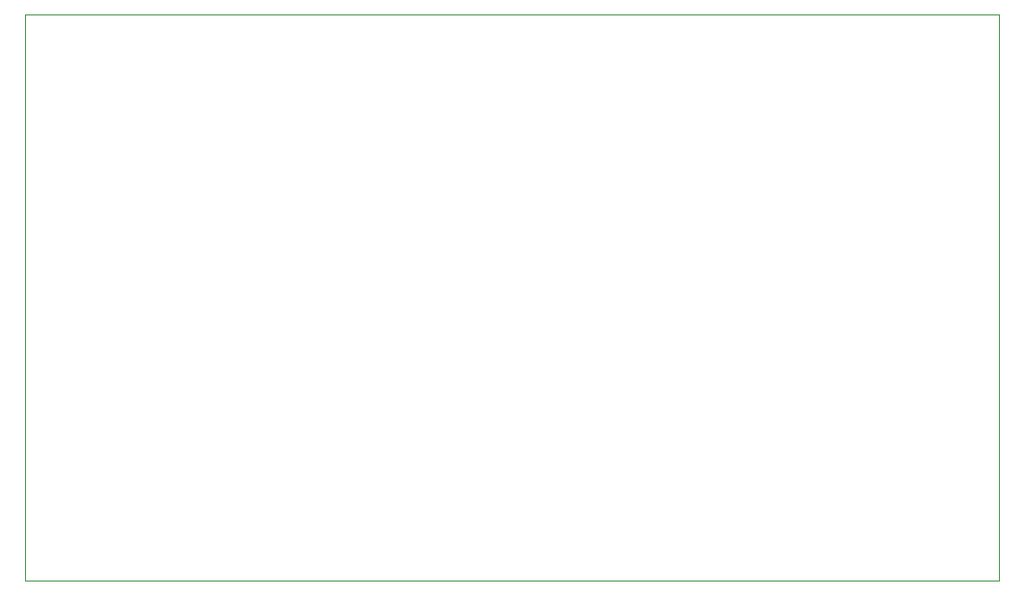
<source format=gm1>
G04 #@! TF.FileFunction,Profile,NP*
%FSLAX46Y46*%
G04 Gerber Fmt 4.6, Leading zero omitted, Abs format (unit mm)*
G04 Created by KiCad (PCBNEW 4.0.4-stable) date 02/26/17 13:48:46*
%MOMM*%
%LPD*%
G01*
G04 APERTURE LIST*
%ADD10C,0.100000*%
G04 APERTURE END LIST*
D10*
X260920000Y-95010000D02*
X175320000Y-95010000D01*
X260920000Y-97450000D02*
X260920000Y-95030000D01*
X175320000Y-144770000D02*
X175320000Y-95030000D01*
X260920000Y-144770000D02*
X175320000Y-144770000D01*
X260920000Y-97470000D02*
X260920000Y-144770000D01*
M02*

</source>
